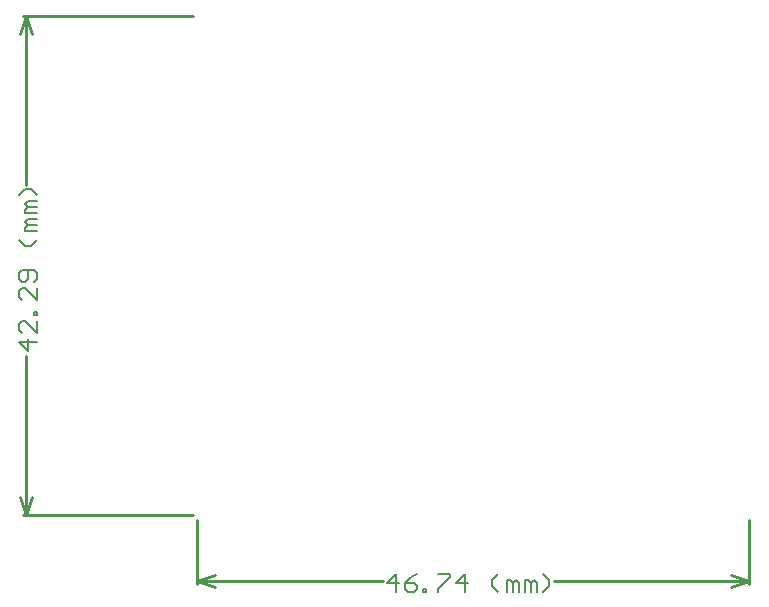
<source format=gm1>
%FSTAX23Y23*%
%MOIN*%
%SFA1B1*%

%IPPOS*%
%ADD88C,0.010000*%
%ADD89C,0.006000*%
%LNpcb-1*%
%LPD*%
G54D88*
X-0058Y01665D02*
X-00015D01*
X-0058Y0D02*
X-00015D01*
X-0057Y01102D02*
Y01665D01*
Y0D02*
Y0053D01*
X-0059Y01605D02*
X-0057Y01665D01*
X-0055Y01605*
X-0057Y0D02*
X-0055Y0006D01*
X-0059D02*
X-0057Y0D01*
X0184Y-0023D02*
Y-00015D01*
X0Y-0023D02*
Y-00015D01*
X01189Y-0022D02*
X0184D01*
X0D02*
X00618D01*
X0178Y-002D02*
X0184Y-0022D01*
X0178Y-0024D02*
X0184Y-0022D01*
X0D02*
X0006Y-0024D01*
X0Y-0022D02*
X0006Y-002D01*
G54D89*
X-00534Y00576D02*
X-00593D01*
X-00564Y00546*
Y00586*
X-00534Y00646D02*
Y00606D01*
X-00574Y00646*
X-00583*
X-00593Y00636*
Y00616*
X-00583Y00606*
X-00534Y00666D02*
X-00544D01*
Y00676*
X-00534*
Y00666*
Y00756D02*
Y00716D01*
X-00574Y00756*
X-00583*
X-00593Y00746*
Y00726*
X-00583Y00716*
X-00544Y00776D02*
X-00534Y00786D01*
Y00806*
X-00544Y00816*
X-00583*
X-00593Y00806*
Y00786*
X-00583Y00776*
X-00574*
X-00564Y00786*
Y00816*
X-00534Y00916D02*
X-00554Y00896D01*
X-00574*
X-00593Y00916*
X-00534Y00946D02*
X-00574D01*
Y00956*
X-00564Y00966*
X-00534*
X-00564*
X-00574Y00976*
X-00564Y00986*
X-00534*
Y01006D02*
X-00574D01*
Y01016*
X-00564Y01026*
X-00534*
X-00564*
X-00574Y01036*
X-00564Y01046*
X-00534*
Y01066D02*
X-00554Y01086D01*
X-00574*
X-00593Y01066*
X00664Y-00255D02*
Y-00196D01*
X00634Y-00226*
X00674*
X00734Y-00196D02*
X00714Y-00206D01*
X00694Y-00226*
Y-00245*
X00704Y-00255*
X00724*
X00734Y-00245*
Y-00236*
X00724Y-00226*
X00694*
X00754Y-00255D02*
Y-00245D01*
X00764*
Y-00255*
X00754*
X00804Y-00196D02*
X00844D01*
Y-00206*
X00804Y-00245*
Y-00255*
X00894D02*
Y-00196D01*
X00864Y-00226*
X00904*
X01003Y-00255D02*
X00983Y-00236D01*
Y-00216*
X01003Y-00196*
X01033Y-00255D02*
Y-00216D01*
X01043*
X01053Y-00226*
Y-00255*
Y-00226*
X01063Y-00216*
X01073Y-00226*
Y-00255*
X01093D02*
Y-00216D01*
X01103*
X01113Y-00226*
Y-00255*
Y-00226*
X01123Y-00216*
X01133Y-00226*
Y-00255*
X01153D02*
X01173Y-00236D01*
Y-00216*
X01153Y-00196*
M02*
</source>
